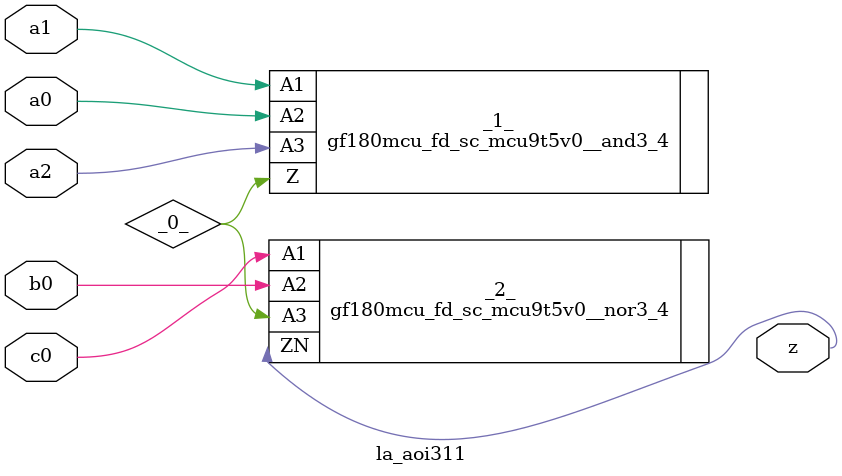
<source format=v>

/* Generated by Yosys 0.44 (git sha1 80ba43d26, g++ 11.4.0-1ubuntu1~22.04 -fPIC -O3) */

(* top =  1  *)
(* src = "generated" *)
(* keep_hierarchy *)
module la_aoi311 (
    a0,
    a1,
    a2,
    b0,
    c0,
    z
);
  wire _0_;
  (* src = "generated" *)
  input a0;
  wire a0;
  (* src = "generated" *)
  input a1;
  wire a1;
  (* src = "generated" *)
  input a2;
  wire a2;
  (* src = "generated" *)
  input b0;
  wire b0;
  (* src = "generated" *)
  input c0;
  wire c0;
  (* src = "generated" *)
  output z;
  wire z;
  gf180mcu_fd_sc_mcu9t5v0__and3_4 _1_ (
      .A1(a1),
      .A2(a0),
      .A3(a2),
      .Z (_0_)
  );
  gf180mcu_fd_sc_mcu9t5v0__nor3_4 _2_ (
      .A1(c0),
      .A2(b0),
      .A3(_0_),
      .ZN(z)
  );
endmodule

</source>
